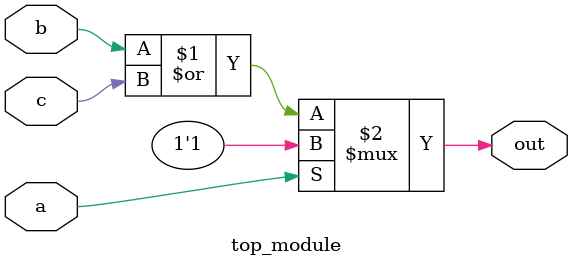
<source format=v>
module top_module(
    input a,
    input b,
    input c,
    output out  ); 

    assign out = a ? 1'b1 : b | c;

endmodule

</source>
